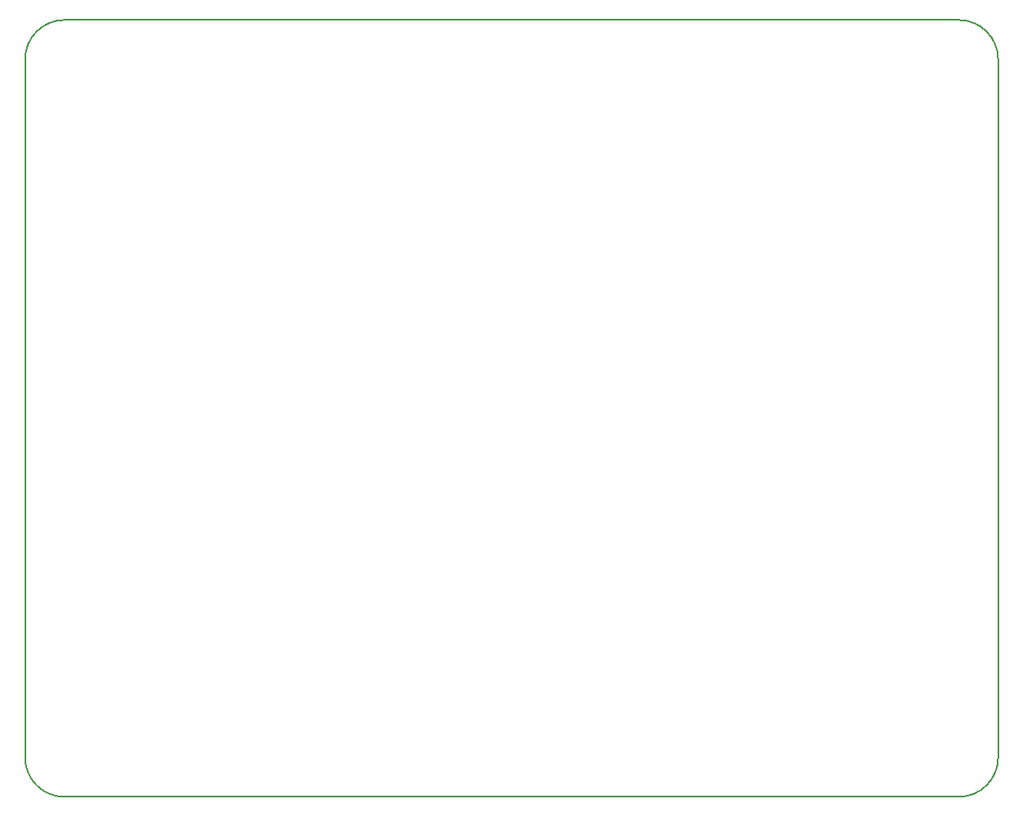
<source format=gbr>
G04 #@! TF.GenerationSoftware,KiCad,Pcbnew,5.0.2-bee76a0~70~ubuntu18.04.1*
G04 #@! TF.CreationDate,2019-12-10T23:09:57+02:00*
G04 #@! TF.ProjectId,videosport,76696465-6f73-4706-9f72-742e6b696361,rev?*
G04 #@! TF.SameCoordinates,Original*
G04 #@! TF.FileFunction,Profile,NP*
%FSLAX46Y46*%
G04 Gerber Fmt 4.6, Leading zero omitted, Abs format (unit mm)*
G04 Created by KiCad (PCBNEW 5.0.2-bee76a0~70~ubuntu18.04.1) date Вт 10 дек 2019 23:09:57*
%MOMM*%
%LPD*%
G01*
G04 APERTURE LIST*
%ADD10C,0.150000*%
G04 APERTURE END LIST*
D10*
X205232000Y-134112000D02*
X112776000Y-134112000D01*
X209296000Y-57912000D02*
X209296000Y-130048000D01*
X112776000Y-53848000D02*
X205232000Y-53848000D01*
X108712000Y-130048000D02*
X108712000Y-57912000D01*
X112776000Y-134112000D02*
G75*
G02X108712000Y-130048000I0J4064000D01*
G01*
X209296000Y-130048000D02*
G75*
G02X205232000Y-134112000I-4064000J0D01*
G01*
X205232000Y-53848000D02*
G75*
G02X209296000Y-57912000I0J-4064000D01*
G01*
X108712000Y-57912000D02*
G75*
G02X112776000Y-53848000I4064000J0D01*
G01*
M02*

</source>
